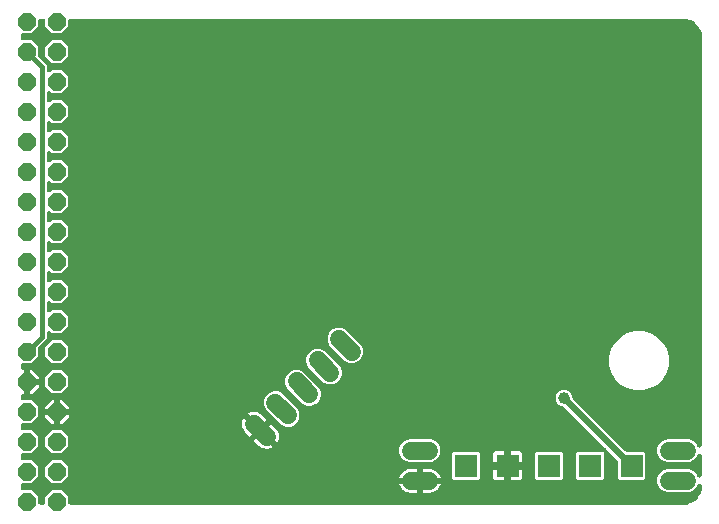
<source format=gbr>
G04 EAGLE Gerber RS-274X export*
G75*
%MOMM*%
%FSLAX34Y34*%
%LPD*%
%INBottom Copper*%
%IPPOS*%
%AMOC8*
5,1,8,0,0,1.08239X$1,22.5*%
G01*
%ADD10C,1.524000*%
%ADD11P,1.649562X8X292.500000*%
%ADD12R,1.950000X1.950000*%
%ADD13C,1.006400*%
%ADD14C,0.406400*%
%ADD15C,0.609600*%

G36*
X28974Y10163D02*
X28974Y10163D01*
X28992Y10161D01*
X29174Y10182D01*
X29357Y10201D01*
X29374Y10206D01*
X29391Y10208D01*
X29566Y10265D01*
X29742Y10319D01*
X29757Y10327D01*
X29774Y10333D01*
X29934Y10423D01*
X30096Y10511D01*
X30109Y10522D01*
X30125Y10531D01*
X30264Y10651D01*
X30405Y10768D01*
X30416Y10782D01*
X30430Y10794D01*
X30542Y10939D01*
X30657Y11082D01*
X30665Y11098D01*
X30676Y11112D01*
X30758Y11277D01*
X30843Y11439D01*
X30848Y11456D01*
X30856Y11472D01*
X30903Y11651D01*
X30954Y11826D01*
X30956Y11844D01*
X30960Y11861D01*
X30987Y12192D01*
X30987Y16698D01*
X36642Y22353D01*
X44638Y22353D01*
X50293Y16698D01*
X50293Y12192D01*
X50295Y12174D01*
X50293Y12156D01*
X50314Y11974D01*
X50333Y11791D01*
X50338Y11774D01*
X50340Y11757D01*
X50397Y11582D01*
X50451Y11406D01*
X50459Y11391D01*
X50465Y11374D01*
X50555Y11214D01*
X50643Y11052D01*
X50654Y11039D01*
X50663Y11023D01*
X50783Y10884D01*
X50900Y10743D01*
X50914Y10732D01*
X50926Y10718D01*
X51071Y10606D01*
X51214Y10491D01*
X51230Y10483D01*
X51244Y10472D01*
X51409Y10390D01*
X51571Y10305D01*
X51588Y10300D01*
X51604Y10292D01*
X51783Y10245D01*
X51958Y10194D01*
X51976Y10192D01*
X51993Y10188D01*
X52324Y10161D01*
X571500Y10161D01*
X571556Y10166D01*
X571633Y10165D01*
X573357Y10278D01*
X573390Y10284D01*
X573423Y10284D01*
X573750Y10343D01*
X577080Y11235D01*
X577174Y11271D01*
X577270Y11296D01*
X577382Y11349D01*
X577457Y11378D01*
X577503Y11407D01*
X577570Y11438D01*
X580556Y13162D01*
X580637Y13221D01*
X580724Y13270D01*
X580818Y13351D01*
X580883Y13397D01*
X580920Y13437D01*
X580977Y13485D01*
X583415Y15923D01*
X583478Y16000D01*
X583549Y16071D01*
X583619Y16173D01*
X583670Y16235D01*
X583696Y16283D01*
X583738Y16344D01*
X585462Y19330D01*
X585503Y19421D01*
X585553Y19507D01*
X585595Y19624D01*
X585627Y19697D01*
X585640Y19750D01*
X585665Y19820D01*
X586557Y23150D01*
X586562Y23183D01*
X586573Y23215D01*
X586622Y23543D01*
X586735Y25267D01*
X586733Y25324D01*
X586739Y25400D01*
X586739Y25703D01*
X586739Y25708D01*
X586739Y25712D01*
X586719Y25906D01*
X586699Y26104D01*
X586698Y26108D01*
X586698Y26113D01*
X586640Y26297D01*
X586581Y26489D01*
X586579Y26493D01*
X586578Y26497D01*
X586484Y26668D01*
X586389Y26843D01*
X586387Y26846D01*
X586384Y26850D01*
X586257Y27001D01*
X586132Y27152D01*
X586128Y27155D01*
X586125Y27158D01*
X585971Y27281D01*
X585818Y27404D01*
X585814Y27406D01*
X585811Y27409D01*
X585636Y27499D01*
X585461Y27590D01*
X585456Y27591D01*
X585452Y27593D01*
X585265Y27646D01*
X585074Y27701D01*
X585069Y27702D01*
X585065Y27703D01*
X584872Y27718D01*
X584672Y27734D01*
X584668Y27734D01*
X584664Y27734D01*
X584471Y27710D01*
X584273Y27687D01*
X584268Y27686D01*
X584264Y27685D01*
X584081Y27625D01*
X583890Y27562D01*
X583886Y27560D01*
X583882Y27559D01*
X583712Y27462D01*
X583539Y27364D01*
X583536Y27362D01*
X583532Y27359D01*
X583381Y27228D01*
X583235Y27101D01*
X583232Y27098D01*
X583228Y27095D01*
X583108Y26938D01*
X582988Y26783D01*
X582986Y26779D01*
X582983Y26776D01*
X582831Y26480D01*
X582223Y25012D01*
X579508Y22297D01*
X579251Y22190D01*
X579250Y22190D01*
X575960Y20827D01*
X556880Y20827D01*
X553332Y22297D01*
X550617Y25012D01*
X549147Y28560D01*
X549147Y32400D01*
X550617Y35948D01*
X553332Y38663D01*
X556880Y40133D01*
X575960Y40133D01*
X579508Y38663D01*
X582223Y35948D01*
X582831Y34480D01*
X582833Y34476D01*
X582835Y34471D01*
X582928Y34299D01*
X583022Y34125D01*
X583024Y34121D01*
X583027Y34117D01*
X583151Y33969D01*
X583278Y33814D01*
X583281Y33811D01*
X583284Y33808D01*
X583437Y33685D01*
X583591Y33561D01*
X583595Y33558D01*
X583598Y33556D01*
X583773Y33465D01*
X583947Y33373D01*
X583951Y33372D01*
X583955Y33370D01*
X584145Y33316D01*
X584334Y33260D01*
X584338Y33260D01*
X584342Y33259D01*
X584540Y33243D01*
X584735Y33226D01*
X584739Y33226D01*
X584744Y33226D01*
X584941Y33249D01*
X585135Y33271D01*
X585139Y33272D01*
X585143Y33273D01*
X585332Y33334D01*
X585518Y33394D01*
X585522Y33396D01*
X585526Y33398D01*
X585699Y33495D01*
X585870Y33590D01*
X585873Y33593D01*
X585877Y33596D01*
X586026Y33724D01*
X586175Y33852D01*
X586178Y33856D01*
X586182Y33859D01*
X586300Y34011D01*
X586424Y34169D01*
X586426Y34173D01*
X586428Y34177D01*
X586515Y34352D01*
X586604Y34529D01*
X586606Y34533D01*
X586608Y34537D01*
X586659Y34730D01*
X586711Y34917D01*
X586711Y34922D01*
X586712Y34926D01*
X586739Y35257D01*
X586739Y51103D01*
X586739Y51108D01*
X586739Y51112D01*
X586719Y51306D01*
X586699Y51504D01*
X586698Y51508D01*
X586698Y51513D01*
X586640Y51697D01*
X586581Y51889D01*
X586579Y51893D01*
X586578Y51897D01*
X586486Y52064D01*
X586389Y52243D01*
X586387Y52246D01*
X586384Y52250D01*
X586257Y52401D01*
X586132Y52552D01*
X586128Y52555D01*
X586125Y52558D01*
X585971Y52681D01*
X585818Y52804D01*
X585814Y52806D01*
X585811Y52809D01*
X585636Y52899D01*
X585461Y52990D01*
X585456Y52991D01*
X585452Y52993D01*
X585265Y53046D01*
X585074Y53101D01*
X585069Y53102D01*
X585065Y53103D01*
X584872Y53118D01*
X584672Y53134D01*
X584668Y53134D01*
X584664Y53134D01*
X584471Y53110D01*
X584273Y53087D01*
X584268Y53086D01*
X584264Y53085D01*
X584081Y53025D01*
X583890Y52962D01*
X583886Y52960D01*
X583882Y52959D01*
X583712Y52862D01*
X583539Y52764D01*
X583536Y52762D01*
X583532Y52759D01*
X583378Y52626D01*
X583235Y52501D01*
X583232Y52498D01*
X583228Y52495D01*
X583108Y52338D01*
X582988Y52183D01*
X582986Y52179D01*
X582983Y52176D01*
X582831Y51880D01*
X582223Y50412D01*
X579508Y47697D01*
X576776Y46565D01*
X575960Y46227D01*
X556880Y46227D01*
X553332Y47697D01*
X550617Y50412D01*
X549147Y53960D01*
X549147Y57800D01*
X550617Y61348D01*
X553332Y64063D01*
X555986Y65162D01*
X555986Y65163D01*
X556880Y65533D01*
X575960Y65533D01*
X579508Y64063D01*
X582223Y61348D01*
X582831Y59880D01*
X582833Y59876D01*
X582835Y59871D01*
X582928Y59699D01*
X583022Y59525D01*
X583024Y59521D01*
X583027Y59517D01*
X583151Y59369D01*
X583278Y59214D01*
X583281Y59211D01*
X583284Y59208D01*
X583437Y59085D01*
X583591Y58961D01*
X583595Y58958D01*
X583598Y58956D01*
X583773Y58865D01*
X583947Y58773D01*
X583951Y58772D01*
X583955Y58770D01*
X584145Y58716D01*
X584334Y58660D01*
X584338Y58660D01*
X584342Y58659D01*
X584540Y58643D01*
X584735Y58626D01*
X584739Y58626D01*
X584744Y58626D01*
X584941Y58649D01*
X585135Y58671D01*
X585139Y58672D01*
X585143Y58673D01*
X585332Y58734D01*
X585518Y58794D01*
X585522Y58796D01*
X585526Y58798D01*
X585699Y58895D01*
X585870Y58990D01*
X585873Y58993D01*
X585877Y58996D01*
X586026Y59124D01*
X586175Y59252D01*
X586178Y59256D01*
X586182Y59259D01*
X586299Y59410D01*
X586424Y59569D01*
X586426Y59573D01*
X586428Y59577D01*
X586515Y59752D01*
X586604Y59929D01*
X586606Y59933D01*
X586608Y59937D01*
X586659Y60130D01*
X586711Y60317D01*
X586711Y60322D01*
X586712Y60326D01*
X586739Y60657D01*
X586739Y406400D01*
X586734Y406456D01*
X586735Y406533D01*
X586622Y408257D01*
X586616Y408290D01*
X586616Y408323D01*
X586557Y408650D01*
X585665Y411980D01*
X585629Y412074D01*
X585604Y412170D01*
X585551Y412282D01*
X585522Y412357D01*
X585493Y412403D01*
X585462Y412470D01*
X583738Y415456D01*
X583688Y415525D01*
X583675Y415548D01*
X583669Y415555D01*
X583630Y415624D01*
X583549Y415718D01*
X583503Y415783D01*
X583463Y415820D01*
X583415Y415877D01*
X580977Y418315D01*
X580899Y418378D01*
X580829Y418449D01*
X580727Y418519D01*
X580665Y418570D01*
X580617Y418596D01*
X580556Y418638D01*
X577570Y420362D01*
X577479Y420403D01*
X577393Y420453D01*
X577276Y420495D01*
X577203Y420527D01*
X577150Y420540D01*
X577080Y420565D01*
X573750Y421457D01*
X573717Y421462D01*
X573685Y421473D01*
X573357Y421522D01*
X571633Y421635D01*
X571576Y421633D01*
X571500Y421639D01*
X52324Y421639D01*
X52306Y421637D01*
X52288Y421639D01*
X52106Y421618D01*
X51923Y421599D01*
X51906Y421594D01*
X51889Y421592D01*
X51714Y421535D01*
X51538Y421481D01*
X51523Y421473D01*
X51506Y421467D01*
X51346Y421377D01*
X51184Y421289D01*
X51171Y421278D01*
X51155Y421269D01*
X51016Y421149D01*
X50875Y421032D01*
X50864Y421018D01*
X50850Y421006D01*
X50738Y420861D01*
X50623Y420718D01*
X50615Y420702D01*
X50604Y420688D01*
X50522Y420523D01*
X50437Y420361D01*
X50432Y420344D01*
X50424Y420328D01*
X50377Y420149D01*
X50326Y419974D01*
X50324Y419956D01*
X50320Y419939D01*
X50293Y419608D01*
X50293Y415102D01*
X44638Y409447D01*
X36642Y409447D01*
X30987Y415102D01*
X30987Y419608D01*
X30985Y419626D01*
X30987Y419644D01*
X30966Y419826D01*
X30947Y420009D01*
X30942Y420026D01*
X30940Y420043D01*
X30883Y420218D01*
X30829Y420394D01*
X30821Y420409D01*
X30815Y420426D01*
X30725Y420586D01*
X30637Y420748D01*
X30626Y420761D01*
X30617Y420777D01*
X30497Y420916D01*
X30380Y421057D01*
X30366Y421068D01*
X30354Y421082D01*
X30209Y421194D01*
X30066Y421309D01*
X30050Y421317D01*
X30036Y421328D01*
X29871Y421410D01*
X29709Y421495D01*
X29692Y421500D01*
X29676Y421508D01*
X29497Y421555D01*
X29322Y421606D01*
X29304Y421608D01*
X29287Y421612D01*
X28956Y421639D01*
X26924Y421639D01*
X26906Y421637D01*
X26888Y421639D01*
X26706Y421618D01*
X26523Y421599D01*
X26506Y421594D01*
X26489Y421592D01*
X26314Y421535D01*
X26138Y421481D01*
X26123Y421473D01*
X26106Y421467D01*
X25946Y421377D01*
X25784Y421289D01*
X25771Y421278D01*
X25755Y421269D01*
X25616Y421149D01*
X25475Y421032D01*
X25464Y421018D01*
X25450Y421006D01*
X25338Y420861D01*
X25223Y420718D01*
X25215Y420702D01*
X25204Y420688D01*
X25122Y420523D01*
X25037Y420361D01*
X25032Y420344D01*
X25024Y420328D01*
X24977Y420149D01*
X24926Y419974D01*
X24924Y419956D01*
X24920Y419939D01*
X24893Y419608D01*
X24893Y415102D01*
X19238Y409447D01*
X12192Y409447D01*
X12174Y409445D01*
X12156Y409447D01*
X11974Y409426D01*
X11791Y409407D01*
X11774Y409402D01*
X11757Y409400D01*
X11582Y409343D01*
X11406Y409289D01*
X11391Y409281D01*
X11374Y409275D01*
X11214Y409185D01*
X11052Y409097D01*
X11039Y409086D01*
X11023Y409077D01*
X10884Y408957D01*
X10743Y408840D01*
X10732Y408826D01*
X10718Y408814D01*
X10606Y408669D01*
X10491Y408526D01*
X10483Y408510D01*
X10472Y408496D01*
X10390Y408331D01*
X10305Y408169D01*
X10300Y408152D01*
X10292Y408136D01*
X10245Y407957D01*
X10194Y407782D01*
X10192Y407764D01*
X10188Y407747D01*
X10161Y407416D01*
X10161Y405384D01*
X10163Y405366D01*
X10161Y405348D01*
X10182Y405166D01*
X10201Y404983D01*
X10206Y404966D01*
X10208Y404949D01*
X10265Y404774D01*
X10319Y404598D01*
X10327Y404583D01*
X10333Y404566D01*
X10423Y404406D01*
X10511Y404244D01*
X10522Y404231D01*
X10531Y404215D01*
X10651Y404076D01*
X10768Y403935D01*
X10782Y403924D01*
X10794Y403910D01*
X10939Y403798D01*
X11082Y403683D01*
X11098Y403675D01*
X11112Y403664D01*
X11277Y403582D01*
X11439Y403497D01*
X11456Y403492D01*
X11472Y403484D01*
X11651Y403437D01*
X11826Y403386D01*
X11844Y403384D01*
X11861Y403380D01*
X12192Y403353D01*
X19238Y403353D01*
X24893Y397698D01*
X24893Y390637D01*
X24895Y390610D01*
X24893Y390584D01*
X24915Y390410D01*
X24933Y390236D01*
X24940Y390211D01*
X24944Y390184D01*
X24999Y390019D01*
X25051Y389852D01*
X25064Y389828D01*
X25072Y389803D01*
X25159Y389651D01*
X25243Y389497D01*
X25260Y389477D01*
X25273Y389454D01*
X25488Y389201D01*
X31386Y383302D01*
X32005Y381809D01*
X32005Y378220D01*
X32006Y378211D01*
X32005Y378202D01*
X32026Y378010D01*
X32045Y377819D01*
X32047Y377810D01*
X32048Y377802D01*
X32106Y377619D01*
X32163Y377434D01*
X32167Y377426D01*
X32170Y377418D01*
X32263Y377249D01*
X32355Y377080D01*
X32360Y377073D01*
X32365Y377065D01*
X32490Y376918D01*
X32612Y376771D01*
X32619Y376765D01*
X32625Y376758D01*
X32777Y376638D01*
X32926Y376518D01*
X32934Y376514D01*
X32941Y376509D01*
X33113Y376421D01*
X33283Y376333D01*
X33292Y376330D01*
X33300Y376326D01*
X33486Y376275D01*
X33670Y376222D01*
X33679Y376221D01*
X33688Y376218D01*
X33880Y376204D01*
X34072Y376189D01*
X34080Y376190D01*
X34089Y376189D01*
X34282Y376213D01*
X34471Y376236D01*
X34480Y376238D01*
X34489Y376239D01*
X34672Y376301D01*
X34854Y376360D01*
X34862Y376365D01*
X34870Y376368D01*
X35036Y376463D01*
X35205Y376558D01*
X35212Y376564D01*
X35219Y376569D01*
X35472Y376783D01*
X36642Y377953D01*
X44638Y377953D01*
X50293Y372298D01*
X50293Y364302D01*
X44638Y358647D01*
X36642Y358647D01*
X35472Y359817D01*
X35465Y359822D01*
X35460Y359829D01*
X35310Y359950D01*
X35161Y360072D01*
X35153Y360076D01*
X35146Y360082D01*
X34976Y360170D01*
X34805Y360260D01*
X34796Y360263D01*
X34789Y360267D01*
X34604Y360320D01*
X34419Y360375D01*
X34410Y360376D01*
X34402Y360378D01*
X34211Y360394D01*
X34018Y360412D01*
X34009Y360411D01*
X34000Y360411D01*
X33811Y360389D01*
X33618Y360368D01*
X33609Y360365D01*
X33601Y360364D01*
X33419Y360305D01*
X33234Y360247D01*
X33226Y360242D01*
X33218Y360240D01*
X33051Y360145D01*
X32882Y360052D01*
X32875Y360046D01*
X32867Y360042D01*
X32722Y359917D01*
X32575Y359791D01*
X32569Y359784D01*
X32562Y359779D01*
X32446Y359628D01*
X32325Y359475D01*
X32321Y359467D01*
X32316Y359460D01*
X32230Y359289D01*
X32143Y359116D01*
X32140Y359108D01*
X32136Y359100D01*
X32086Y358914D01*
X32035Y358729D01*
X32034Y358720D01*
X32032Y358711D01*
X32005Y358380D01*
X32005Y352820D01*
X32006Y352811D01*
X32005Y352802D01*
X32026Y352610D01*
X32045Y352419D01*
X32047Y352410D01*
X32048Y352402D01*
X32106Y352219D01*
X32163Y352034D01*
X32167Y352026D01*
X32170Y352018D01*
X32263Y351849D01*
X32355Y351680D01*
X32360Y351673D01*
X32365Y351665D01*
X32490Y351518D01*
X32612Y351371D01*
X32619Y351365D01*
X32625Y351358D01*
X32777Y351238D01*
X32926Y351118D01*
X32934Y351114D01*
X32941Y351109D01*
X33113Y351021D01*
X33283Y350933D01*
X33292Y350930D01*
X33300Y350926D01*
X33486Y350875D01*
X33670Y350822D01*
X33679Y350821D01*
X33688Y350818D01*
X33880Y350804D01*
X34072Y350789D01*
X34080Y350790D01*
X34089Y350789D01*
X34282Y350813D01*
X34471Y350836D01*
X34480Y350838D01*
X34489Y350839D01*
X34672Y350901D01*
X34854Y350960D01*
X34862Y350965D01*
X34870Y350968D01*
X35036Y351063D01*
X35205Y351158D01*
X35212Y351164D01*
X35219Y351169D01*
X35472Y351383D01*
X36642Y352553D01*
X44638Y352553D01*
X50293Y346898D01*
X50293Y338902D01*
X44638Y333247D01*
X36642Y333247D01*
X35472Y334417D01*
X35465Y334422D01*
X35460Y334429D01*
X35310Y334550D01*
X35161Y334672D01*
X35153Y334676D01*
X35146Y334682D01*
X34976Y334770D01*
X34805Y334860D01*
X34796Y334863D01*
X34789Y334867D01*
X34604Y334920D01*
X34419Y334975D01*
X34410Y334976D01*
X34402Y334978D01*
X34211Y334994D01*
X34018Y335012D01*
X34009Y335011D01*
X34000Y335011D01*
X33811Y334989D01*
X33618Y334968D01*
X33609Y334965D01*
X33601Y334964D01*
X33419Y334905D01*
X33234Y334847D01*
X33226Y334842D01*
X33218Y334840D01*
X33051Y334745D01*
X32882Y334652D01*
X32875Y334646D01*
X32867Y334642D01*
X32722Y334517D01*
X32575Y334391D01*
X32569Y334384D01*
X32562Y334379D01*
X32446Y334228D01*
X32325Y334075D01*
X32321Y334067D01*
X32316Y334060D01*
X32230Y333889D01*
X32143Y333716D01*
X32140Y333708D01*
X32136Y333700D01*
X32086Y333514D01*
X32035Y333329D01*
X32034Y333320D01*
X32032Y333311D01*
X32005Y332980D01*
X32005Y327420D01*
X32006Y327411D01*
X32005Y327402D01*
X32026Y327210D01*
X32045Y327019D01*
X32047Y327010D01*
X32048Y327002D01*
X32106Y326819D01*
X32163Y326634D01*
X32167Y326626D01*
X32170Y326618D01*
X32263Y326449D01*
X32355Y326280D01*
X32360Y326273D01*
X32365Y326265D01*
X32490Y326118D01*
X32612Y325971D01*
X32619Y325965D01*
X32625Y325958D01*
X32777Y325838D01*
X32926Y325718D01*
X32934Y325714D01*
X32941Y325709D01*
X33113Y325621D01*
X33283Y325533D01*
X33292Y325530D01*
X33300Y325526D01*
X33486Y325475D01*
X33670Y325422D01*
X33679Y325421D01*
X33688Y325418D01*
X33880Y325404D01*
X34072Y325389D01*
X34080Y325390D01*
X34089Y325389D01*
X34282Y325413D01*
X34471Y325436D01*
X34480Y325438D01*
X34489Y325439D01*
X34672Y325501D01*
X34854Y325560D01*
X34862Y325565D01*
X34870Y325568D01*
X35036Y325663D01*
X35205Y325758D01*
X35212Y325764D01*
X35219Y325769D01*
X35472Y325983D01*
X36642Y327153D01*
X44638Y327153D01*
X50293Y321498D01*
X50293Y313502D01*
X44638Y307847D01*
X36642Y307847D01*
X35472Y309017D01*
X35465Y309022D01*
X35460Y309029D01*
X35310Y309150D01*
X35161Y309272D01*
X35153Y309276D01*
X35146Y309282D01*
X34976Y309370D01*
X34805Y309460D01*
X34796Y309463D01*
X34789Y309467D01*
X34604Y309520D01*
X34419Y309575D01*
X34410Y309576D01*
X34402Y309578D01*
X34211Y309594D01*
X34018Y309612D01*
X34009Y309611D01*
X34000Y309611D01*
X33811Y309589D01*
X33618Y309568D01*
X33609Y309565D01*
X33601Y309564D01*
X33419Y309505D01*
X33234Y309447D01*
X33226Y309442D01*
X33218Y309440D01*
X33051Y309345D01*
X32882Y309252D01*
X32875Y309246D01*
X32867Y309242D01*
X32722Y309117D01*
X32575Y308991D01*
X32569Y308984D01*
X32562Y308979D01*
X32446Y308828D01*
X32325Y308675D01*
X32321Y308667D01*
X32316Y308660D01*
X32230Y308489D01*
X32143Y308316D01*
X32140Y308308D01*
X32136Y308300D01*
X32086Y308114D01*
X32035Y307929D01*
X32034Y307920D01*
X32032Y307911D01*
X32005Y307580D01*
X32005Y302020D01*
X32006Y302011D01*
X32005Y302002D01*
X32026Y301810D01*
X32045Y301619D01*
X32047Y301610D01*
X32048Y301602D01*
X32106Y301419D01*
X32163Y301234D01*
X32167Y301226D01*
X32170Y301218D01*
X32263Y301049D01*
X32355Y300880D01*
X32360Y300873D01*
X32365Y300865D01*
X32490Y300718D01*
X32612Y300571D01*
X32619Y300565D01*
X32625Y300558D01*
X32777Y300438D01*
X32926Y300318D01*
X32934Y300314D01*
X32941Y300309D01*
X33113Y300221D01*
X33283Y300133D01*
X33292Y300130D01*
X33300Y300126D01*
X33486Y300075D01*
X33670Y300022D01*
X33679Y300021D01*
X33688Y300018D01*
X33880Y300004D01*
X34072Y299989D01*
X34080Y299990D01*
X34089Y299989D01*
X34282Y300013D01*
X34471Y300036D01*
X34480Y300038D01*
X34489Y300039D01*
X34672Y300101D01*
X34854Y300160D01*
X34862Y300165D01*
X34870Y300168D01*
X35036Y300263D01*
X35205Y300358D01*
X35212Y300364D01*
X35219Y300369D01*
X35472Y300583D01*
X36642Y301753D01*
X44638Y301753D01*
X50293Y296098D01*
X50293Y288102D01*
X44638Y282447D01*
X36642Y282447D01*
X35472Y283617D01*
X35465Y283622D01*
X35460Y283629D01*
X35310Y283750D01*
X35161Y283872D01*
X35153Y283876D01*
X35146Y283882D01*
X34976Y283970D01*
X34805Y284060D01*
X34796Y284063D01*
X34789Y284067D01*
X34604Y284120D01*
X34419Y284175D01*
X34410Y284176D01*
X34402Y284178D01*
X34211Y284194D01*
X34018Y284212D01*
X34009Y284211D01*
X34000Y284211D01*
X33811Y284189D01*
X33618Y284168D01*
X33609Y284165D01*
X33601Y284164D01*
X33419Y284105D01*
X33234Y284047D01*
X33226Y284042D01*
X33218Y284040D01*
X33051Y283945D01*
X32882Y283852D01*
X32875Y283846D01*
X32867Y283842D01*
X32722Y283717D01*
X32575Y283591D01*
X32569Y283584D01*
X32562Y283579D01*
X32446Y283428D01*
X32325Y283275D01*
X32321Y283267D01*
X32316Y283260D01*
X32230Y283089D01*
X32143Y282916D01*
X32140Y282908D01*
X32136Y282900D01*
X32086Y282714D01*
X32035Y282529D01*
X32034Y282520D01*
X32032Y282511D01*
X32005Y282180D01*
X32005Y276620D01*
X32006Y276611D01*
X32005Y276602D01*
X32026Y276410D01*
X32045Y276219D01*
X32047Y276210D01*
X32048Y276202D01*
X32106Y276019D01*
X32163Y275834D01*
X32167Y275826D01*
X32170Y275818D01*
X32263Y275649D01*
X32355Y275480D01*
X32360Y275473D01*
X32365Y275465D01*
X32490Y275318D01*
X32612Y275171D01*
X32619Y275165D01*
X32625Y275158D01*
X32777Y275038D01*
X32926Y274918D01*
X32934Y274914D01*
X32941Y274909D01*
X33113Y274821D01*
X33283Y274733D01*
X33292Y274730D01*
X33300Y274726D01*
X33486Y274675D01*
X33670Y274622D01*
X33679Y274621D01*
X33688Y274618D01*
X33880Y274604D01*
X34072Y274589D01*
X34080Y274590D01*
X34089Y274589D01*
X34282Y274613D01*
X34471Y274636D01*
X34480Y274638D01*
X34489Y274639D01*
X34672Y274701D01*
X34854Y274760D01*
X34862Y274765D01*
X34870Y274768D01*
X35036Y274863D01*
X35205Y274958D01*
X35212Y274964D01*
X35219Y274969D01*
X35472Y275183D01*
X36642Y276353D01*
X44638Y276353D01*
X50293Y270698D01*
X50293Y262702D01*
X44638Y257047D01*
X36642Y257047D01*
X35472Y258217D01*
X35465Y258222D01*
X35460Y258229D01*
X35310Y258350D01*
X35161Y258472D01*
X35153Y258476D01*
X35146Y258482D01*
X34976Y258570D01*
X34805Y258660D01*
X34796Y258663D01*
X34789Y258667D01*
X34604Y258720D01*
X34419Y258775D01*
X34410Y258776D01*
X34402Y258778D01*
X34211Y258794D01*
X34018Y258812D01*
X34009Y258811D01*
X34000Y258811D01*
X33811Y258789D01*
X33618Y258768D01*
X33609Y258765D01*
X33601Y258764D01*
X33419Y258705D01*
X33234Y258647D01*
X33226Y258642D01*
X33218Y258640D01*
X33051Y258545D01*
X32882Y258452D01*
X32875Y258446D01*
X32867Y258442D01*
X32722Y258317D01*
X32575Y258191D01*
X32569Y258184D01*
X32562Y258179D01*
X32446Y258028D01*
X32325Y257875D01*
X32321Y257867D01*
X32316Y257860D01*
X32230Y257689D01*
X32143Y257516D01*
X32140Y257508D01*
X32136Y257500D01*
X32086Y257314D01*
X32035Y257129D01*
X32034Y257120D01*
X32032Y257111D01*
X32005Y256780D01*
X32005Y251220D01*
X32006Y251211D01*
X32005Y251202D01*
X32026Y251010D01*
X32045Y250819D01*
X32047Y250810D01*
X32048Y250802D01*
X32106Y250619D01*
X32163Y250434D01*
X32167Y250426D01*
X32170Y250418D01*
X32263Y250249D01*
X32355Y250080D01*
X32360Y250073D01*
X32365Y250065D01*
X32490Y249918D01*
X32612Y249771D01*
X32619Y249765D01*
X32625Y249758D01*
X32777Y249638D01*
X32926Y249518D01*
X32934Y249514D01*
X32941Y249509D01*
X33113Y249421D01*
X33283Y249333D01*
X33292Y249330D01*
X33300Y249326D01*
X33486Y249275D01*
X33670Y249222D01*
X33679Y249221D01*
X33688Y249218D01*
X33880Y249204D01*
X34072Y249189D01*
X34080Y249190D01*
X34089Y249189D01*
X34282Y249213D01*
X34471Y249236D01*
X34480Y249238D01*
X34489Y249239D01*
X34672Y249301D01*
X34854Y249360D01*
X34862Y249365D01*
X34870Y249368D01*
X35036Y249463D01*
X35205Y249558D01*
X35212Y249564D01*
X35219Y249569D01*
X35472Y249783D01*
X36642Y250953D01*
X44638Y250953D01*
X50293Y245298D01*
X50293Y237302D01*
X44638Y231647D01*
X36642Y231647D01*
X35472Y232817D01*
X35465Y232822D01*
X35460Y232829D01*
X35310Y232950D01*
X35161Y233072D01*
X35153Y233076D01*
X35146Y233082D01*
X34976Y233170D01*
X34805Y233260D01*
X34796Y233263D01*
X34789Y233267D01*
X34604Y233320D01*
X34419Y233375D01*
X34410Y233376D01*
X34402Y233378D01*
X34211Y233394D01*
X34018Y233412D01*
X34009Y233411D01*
X34000Y233411D01*
X33811Y233389D01*
X33618Y233368D01*
X33609Y233365D01*
X33601Y233364D01*
X33419Y233305D01*
X33234Y233247D01*
X33226Y233242D01*
X33218Y233240D01*
X33051Y233145D01*
X32882Y233052D01*
X32875Y233046D01*
X32867Y233042D01*
X32722Y232917D01*
X32575Y232791D01*
X32569Y232784D01*
X32562Y232779D01*
X32446Y232628D01*
X32325Y232475D01*
X32321Y232467D01*
X32316Y232460D01*
X32230Y232289D01*
X32143Y232116D01*
X32140Y232108D01*
X32136Y232100D01*
X32086Y231914D01*
X32035Y231729D01*
X32034Y231720D01*
X32032Y231711D01*
X32005Y231380D01*
X32005Y225820D01*
X32006Y225811D01*
X32005Y225802D01*
X32026Y225610D01*
X32045Y225419D01*
X32047Y225410D01*
X32048Y225402D01*
X32106Y225219D01*
X32163Y225034D01*
X32167Y225026D01*
X32170Y225018D01*
X32263Y224849D01*
X32355Y224680D01*
X32360Y224673D01*
X32365Y224665D01*
X32490Y224518D01*
X32612Y224371D01*
X32619Y224365D01*
X32625Y224358D01*
X32777Y224238D01*
X32926Y224118D01*
X32934Y224114D01*
X32941Y224109D01*
X33113Y224021D01*
X33283Y223933D01*
X33292Y223930D01*
X33300Y223926D01*
X33486Y223875D01*
X33670Y223822D01*
X33679Y223821D01*
X33688Y223818D01*
X33880Y223804D01*
X34072Y223789D01*
X34080Y223790D01*
X34089Y223789D01*
X34282Y223813D01*
X34471Y223836D01*
X34480Y223838D01*
X34489Y223839D01*
X34672Y223901D01*
X34854Y223960D01*
X34862Y223965D01*
X34870Y223968D01*
X35036Y224063D01*
X35205Y224158D01*
X35212Y224164D01*
X35219Y224169D01*
X35472Y224383D01*
X36642Y225553D01*
X44638Y225553D01*
X50293Y219898D01*
X50293Y211902D01*
X44638Y206247D01*
X36642Y206247D01*
X35472Y207417D01*
X35465Y207422D01*
X35460Y207429D01*
X35310Y207550D01*
X35161Y207672D01*
X35153Y207676D01*
X35146Y207682D01*
X34976Y207770D01*
X34805Y207860D01*
X34796Y207863D01*
X34789Y207867D01*
X34604Y207920D01*
X34419Y207975D01*
X34410Y207976D01*
X34402Y207978D01*
X34211Y207994D01*
X34018Y208012D01*
X34009Y208011D01*
X34000Y208011D01*
X33811Y207989D01*
X33618Y207968D01*
X33609Y207965D01*
X33601Y207964D01*
X33419Y207905D01*
X33234Y207847D01*
X33226Y207842D01*
X33218Y207840D01*
X33051Y207745D01*
X32882Y207652D01*
X32875Y207646D01*
X32867Y207642D01*
X32722Y207517D01*
X32575Y207391D01*
X32569Y207384D01*
X32562Y207379D01*
X32445Y207228D01*
X32325Y207075D01*
X32321Y207067D01*
X32316Y207060D01*
X32230Y206889D01*
X32143Y206716D01*
X32140Y206708D01*
X32136Y206700D01*
X32086Y206514D01*
X32035Y206329D01*
X32034Y206320D01*
X32032Y206311D01*
X32005Y205980D01*
X32005Y200420D01*
X32006Y200411D01*
X32005Y200402D01*
X32026Y200210D01*
X32045Y200019D01*
X32047Y200010D01*
X32048Y200002D01*
X32106Y199819D01*
X32163Y199634D01*
X32167Y199626D01*
X32170Y199618D01*
X32263Y199449D01*
X32355Y199280D01*
X32360Y199273D01*
X32365Y199265D01*
X32490Y199118D01*
X32612Y198971D01*
X32619Y198965D01*
X32625Y198958D01*
X32777Y198838D01*
X32926Y198718D01*
X32934Y198714D01*
X32941Y198709D01*
X33113Y198621D01*
X33283Y198533D01*
X33292Y198530D01*
X33300Y198526D01*
X33486Y198475D01*
X33670Y198422D01*
X33679Y198421D01*
X33688Y198418D01*
X33880Y198404D01*
X34072Y198389D01*
X34080Y198390D01*
X34089Y198389D01*
X34282Y198413D01*
X34471Y198436D01*
X34480Y198438D01*
X34489Y198439D01*
X34672Y198501D01*
X34854Y198560D01*
X34862Y198565D01*
X34870Y198568D01*
X35036Y198663D01*
X35205Y198758D01*
X35212Y198764D01*
X35219Y198769D01*
X35472Y198983D01*
X36642Y200153D01*
X44638Y200153D01*
X50293Y194498D01*
X50293Y186502D01*
X44638Y180847D01*
X36642Y180847D01*
X35472Y182017D01*
X35465Y182022D01*
X35460Y182029D01*
X35310Y182150D01*
X35161Y182272D01*
X35153Y182276D01*
X35146Y182282D01*
X34976Y182370D01*
X34805Y182460D01*
X34796Y182463D01*
X34789Y182467D01*
X34604Y182520D01*
X34419Y182575D01*
X34410Y182576D01*
X34402Y182578D01*
X34211Y182594D01*
X34018Y182612D01*
X34009Y182611D01*
X34000Y182611D01*
X33811Y182589D01*
X33618Y182568D01*
X33609Y182565D01*
X33601Y182564D01*
X33419Y182505D01*
X33234Y182447D01*
X33226Y182442D01*
X33218Y182440D01*
X33051Y182345D01*
X32882Y182252D01*
X32875Y182246D01*
X32867Y182242D01*
X32722Y182117D01*
X32575Y181991D01*
X32569Y181984D01*
X32562Y181979D01*
X32446Y181828D01*
X32325Y181675D01*
X32321Y181667D01*
X32316Y181660D01*
X32230Y181489D01*
X32143Y181316D01*
X32140Y181308D01*
X32136Y181300D01*
X32086Y181114D01*
X32035Y180929D01*
X32034Y180920D01*
X32032Y180911D01*
X32005Y180580D01*
X32005Y175020D01*
X32006Y175011D01*
X32005Y175002D01*
X32026Y174810D01*
X32045Y174619D01*
X32047Y174610D01*
X32048Y174602D01*
X32106Y174419D01*
X32163Y174234D01*
X32167Y174226D01*
X32170Y174218D01*
X32263Y174049D01*
X32355Y173880D01*
X32360Y173873D01*
X32365Y173865D01*
X32490Y173718D01*
X32612Y173571D01*
X32619Y173565D01*
X32625Y173558D01*
X32777Y173438D01*
X32926Y173318D01*
X32934Y173314D01*
X32941Y173309D01*
X33113Y173221D01*
X33283Y173133D01*
X33292Y173130D01*
X33300Y173126D01*
X33486Y173075D01*
X33670Y173022D01*
X33679Y173021D01*
X33688Y173018D01*
X33880Y173004D01*
X34072Y172989D01*
X34080Y172990D01*
X34089Y172989D01*
X34282Y173013D01*
X34471Y173036D01*
X34480Y173038D01*
X34489Y173039D01*
X34672Y173101D01*
X34854Y173160D01*
X34862Y173165D01*
X34870Y173168D01*
X35036Y173263D01*
X35205Y173358D01*
X35212Y173364D01*
X35219Y173369D01*
X35472Y173583D01*
X36642Y174753D01*
X44638Y174753D01*
X50293Y169098D01*
X50293Y161102D01*
X44638Y155447D01*
X36642Y155447D01*
X35472Y156617D01*
X35465Y156622D01*
X35460Y156629D01*
X35310Y156750D01*
X35161Y156872D01*
X35153Y156876D01*
X35146Y156882D01*
X34976Y156970D01*
X34805Y157060D01*
X34796Y157063D01*
X34789Y157067D01*
X34604Y157120D01*
X34419Y157175D01*
X34410Y157176D01*
X34402Y157178D01*
X34211Y157194D01*
X34018Y157212D01*
X34009Y157211D01*
X34000Y157211D01*
X33811Y157189D01*
X33618Y157168D01*
X33609Y157165D01*
X33601Y157164D01*
X33419Y157105D01*
X33234Y157047D01*
X33226Y157042D01*
X33218Y157040D01*
X33051Y156945D01*
X32882Y156852D01*
X32875Y156846D01*
X32867Y156842D01*
X32722Y156717D01*
X32575Y156591D01*
X32569Y156584D01*
X32562Y156579D01*
X32446Y156428D01*
X32325Y156275D01*
X32321Y156267D01*
X32316Y156260D01*
X32230Y156089D01*
X32143Y155916D01*
X32140Y155908D01*
X32136Y155900D01*
X32086Y155714D01*
X32035Y155529D01*
X32034Y155520D01*
X32032Y155511D01*
X32005Y155180D01*
X32005Y151591D01*
X31386Y150098D01*
X25488Y144199D01*
X25471Y144179D01*
X25450Y144161D01*
X25343Y144023D01*
X25233Y143888D01*
X25220Y143864D01*
X25204Y143843D01*
X25126Y143686D01*
X25044Y143532D01*
X25036Y143507D01*
X25024Y143482D01*
X24979Y143313D01*
X24929Y143146D01*
X24927Y143120D01*
X24920Y143094D01*
X24893Y142763D01*
X24893Y135702D01*
X19238Y130047D01*
X12192Y130047D01*
X12174Y130045D01*
X12156Y130047D01*
X11974Y130026D01*
X11791Y130007D01*
X11774Y130002D01*
X11757Y130000D01*
X11582Y129943D01*
X11406Y129889D01*
X11391Y129881D01*
X11374Y129875D01*
X11214Y129785D01*
X11052Y129697D01*
X11039Y129686D01*
X11023Y129677D01*
X10884Y129557D01*
X10743Y129440D01*
X10732Y129426D01*
X10718Y129414D01*
X10606Y129269D01*
X10491Y129126D01*
X10483Y129110D01*
X10472Y129096D01*
X10390Y128931D01*
X10305Y128769D01*
X10300Y128752D01*
X10292Y128736D01*
X10245Y128557D01*
X10194Y128382D01*
X10192Y128364D01*
X10188Y128347D01*
X10161Y128016D01*
X10161Y126492D01*
X10163Y126474D01*
X10161Y126456D01*
X10182Y126274D01*
X10201Y126091D01*
X10206Y126074D01*
X10208Y126057D01*
X10265Y125882D01*
X10319Y125706D01*
X10327Y125691D01*
X10333Y125674D01*
X10423Y125514D01*
X10511Y125352D01*
X10522Y125339D01*
X10531Y125323D01*
X10651Y125184D01*
X10768Y125043D01*
X10782Y125032D01*
X10794Y125018D01*
X10939Y124906D01*
X11082Y124791D01*
X11098Y124783D01*
X11112Y124772D01*
X11277Y124690D01*
X11439Y124605D01*
X11456Y124600D01*
X11472Y124592D01*
X11651Y124545D01*
X11826Y124494D01*
X11844Y124492D01*
X11861Y124488D01*
X12192Y124461D01*
X12701Y124461D01*
X12701Y114808D01*
X12702Y114790D01*
X12701Y114773D01*
X12722Y114590D01*
X12741Y114408D01*
X12746Y114391D01*
X12748Y114373D01*
X12773Y114295D01*
X12734Y114158D01*
X12732Y114140D01*
X12728Y114123D01*
X12701Y113792D01*
X12701Y104139D01*
X12192Y104139D01*
X12174Y104137D01*
X12156Y104139D01*
X11974Y104118D01*
X11791Y104099D01*
X11774Y104094D01*
X11757Y104092D01*
X11582Y104035D01*
X11406Y103981D01*
X11391Y103973D01*
X11374Y103967D01*
X11214Y103877D01*
X11052Y103789D01*
X11039Y103778D01*
X11023Y103769D01*
X10884Y103649D01*
X10743Y103532D01*
X10732Y103518D01*
X10718Y103506D01*
X10606Y103361D01*
X10491Y103218D01*
X10483Y103202D01*
X10472Y103188D01*
X10390Y103023D01*
X10305Y102861D01*
X10300Y102844D01*
X10292Y102828D01*
X10245Y102649D01*
X10194Y102474D01*
X10192Y102456D01*
X10188Y102439D01*
X10161Y102108D01*
X10161Y100584D01*
X10163Y100566D01*
X10161Y100548D01*
X10182Y100366D01*
X10201Y100183D01*
X10206Y100166D01*
X10208Y100149D01*
X10265Y99974D01*
X10319Y99798D01*
X10327Y99783D01*
X10333Y99766D01*
X10423Y99606D01*
X10511Y99444D01*
X10522Y99431D01*
X10531Y99415D01*
X10651Y99276D01*
X10768Y99135D01*
X10782Y99124D01*
X10794Y99110D01*
X10939Y98998D01*
X11082Y98883D01*
X11098Y98875D01*
X11112Y98864D01*
X11277Y98782D01*
X11439Y98697D01*
X11456Y98692D01*
X11472Y98684D01*
X11651Y98637D01*
X11826Y98586D01*
X11844Y98584D01*
X11861Y98580D01*
X12192Y98553D01*
X19238Y98553D01*
X24893Y92898D01*
X24893Y84902D01*
X19238Y79247D01*
X12192Y79247D01*
X12174Y79245D01*
X12156Y79247D01*
X11974Y79226D01*
X11791Y79207D01*
X11774Y79202D01*
X11757Y79200D01*
X11582Y79143D01*
X11406Y79089D01*
X11391Y79081D01*
X11374Y79075D01*
X11214Y78985D01*
X11052Y78897D01*
X11039Y78886D01*
X11023Y78877D01*
X10884Y78757D01*
X10743Y78640D01*
X10732Y78626D01*
X10718Y78614D01*
X10606Y78469D01*
X10491Y78326D01*
X10483Y78310D01*
X10472Y78296D01*
X10390Y78131D01*
X10305Y77969D01*
X10300Y77952D01*
X10292Y77936D01*
X10245Y77757D01*
X10194Y77582D01*
X10192Y77564D01*
X10188Y77547D01*
X10161Y77216D01*
X10161Y75184D01*
X10163Y75166D01*
X10161Y75148D01*
X10182Y74966D01*
X10201Y74783D01*
X10206Y74766D01*
X10208Y74749D01*
X10265Y74574D01*
X10319Y74398D01*
X10327Y74383D01*
X10333Y74366D01*
X10423Y74206D01*
X10511Y74044D01*
X10522Y74031D01*
X10531Y74015D01*
X10651Y73876D01*
X10768Y73735D01*
X10782Y73724D01*
X10794Y73710D01*
X10939Y73598D01*
X11082Y73483D01*
X11098Y73475D01*
X11112Y73464D01*
X11277Y73382D01*
X11439Y73297D01*
X11456Y73292D01*
X11472Y73284D01*
X11651Y73237D01*
X11826Y73186D01*
X11844Y73184D01*
X11861Y73180D01*
X12192Y73153D01*
X19238Y73153D01*
X24893Y67498D01*
X24893Y59502D01*
X19238Y53847D01*
X12192Y53847D01*
X12174Y53845D01*
X12156Y53847D01*
X11974Y53826D01*
X11791Y53807D01*
X11774Y53802D01*
X11757Y53800D01*
X11582Y53743D01*
X11406Y53689D01*
X11391Y53681D01*
X11374Y53675D01*
X11214Y53585D01*
X11052Y53497D01*
X11039Y53486D01*
X11023Y53477D01*
X10884Y53357D01*
X10743Y53240D01*
X10732Y53226D01*
X10718Y53214D01*
X10606Y53069D01*
X10491Y52926D01*
X10483Y52910D01*
X10472Y52896D01*
X10390Y52731D01*
X10305Y52569D01*
X10300Y52552D01*
X10292Y52536D01*
X10245Y52357D01*
X10194Y52182D01*
X10192Y52164D01*
X10188Y52147D01*
X10161Y51816D01*
X10161Y49784D01*
X10163Y49766D01*
X10161Y49748D01*
X10182Y49566D01*
X10201Y49383D01*
X10206Y49366D01*
X10208Y49349D01*
X10265Y49174D01*
X10319Y48998D01*
X10327Y48983D01*
X10333Y48966D01*
X10423Y48806D01*
X10511Y48644D01*
X10522Y48631D01*
X10531Y48615D01*
X10651Y48476D01*
X10768Y48335D01*
X10782Y48324D01*
X10794Y48310D01*
X10939Y48198D01*
X11082Y48083D01*
X11098Y48075D01*
X11112Y48064D01*
X11277Y47982D01*
X11439Y47897D01*
X11456Y47892D01*
X11472Y47884D01*
X11651Y47837D01*
X11826Y47786D01*
X11844Y47784D01*
X11861Y47780D01*
X12192Y47753D01*
X19238Y47753D01*
X24893Y42098D01*
X24893Y34102D01*
X19238Y28447D01*
X12192Y28447D01*
X12174Y28445D01*
X12156Y28447D01*
X11974Y28426D01*
X11791Y28407D01*
X11774Y28402D01*
X11757Y28400D01*
X11582Y28343D01*
X11406Y28289D01*
X11391Y28281D01*
X11374Y28275D01*
X11214Y28185D01*
X11052Y28097D01*
X11039Y28086D01*
X11023Y28077D01*
X10884Y27957D01*
X10743Y27840D01*
X10732Y27826D01*
X10718Y27814D01*
X10606Y27669D01*
X10491Y27526D01*
X10483Y27510D01*
X10472Y27496D01*
X10390Y27331D01*
X10305Y27169D01*
X10300Y27152D01*
X10292Y27136D01*
X10245Y26957D01*
X10194Y26782D01*
X10192Y26764D01*
X10188Y26747D01*
X10161Y26416D01*
X10161Y24384D01*
X10163Y24366D01*
X10161Y24348D01*
X10182Y24166D01*
X10201Y23983D01*
X10206Y23966D01*
X10208Y23949D01*
X10265Y23774D01*
X10319Y23598D01*
X10327Y23583D01*
X10333Y23566D01*
X10423Y23406D01*
X10511Y23244D01*
X10522Y23231D01*
X10531Y23215D01*
X10651Y23076D01*
X10768Y22935D01*
X10782Y22924D01*
X10794Y22910D01*
X10939Y22798D01*
X11082Y22683D01*
X11098Y22675D01*
X11112Y22664D01*
X11277Y22582D01*
X11439Y22497D01*
X11456Y22492D01*
X11472Y22484D01*
X11651Y22437D01*
X11826Y22386D01*
X11844Y22384D01*
X11861Y22380D01*
X12192Y22353D01*
X19238Y22353D01*
X24893Y16698D01*
X24893Y12192D01*
X24895Y12174D01*
X24893Y12156D01*
X24914Y11974D01*
X24933Y11791D01*
X24938Y11774D01*
X24940Y11757D01*
X24997Y11582D01*
X25051Y11406D01*
X25059Y11391D01*
X25065Y11374D01*
X25155Y11214D01*
X25243Y11052D01*
X25254Y11039D01*
X25263Y11023D01*
X25383Y10884D01*
X25500Y10743D01*
X25514Y10732D01*
X25526Y10718D01*
X25671Y10606D01*
X25814Y10491D01*
X25830Y10483D01*
X25844Y10472D01*
X26009Y10390D01*
X26171Y10305D01*
X26188Y10300D01*
X26204Y10292D01*
X26383Y10245D01*
X26558Y10194D01*
X26576Y10192D01*
X26593Y10188D01*
X26924Y10161D01*
X28956Y10161D01*
X28974Y10163D01*
G37*
%LPC*%
G36*
X530088Y106919D02*
X530088Y106919D01*
X523688Y108634D01*
X517951Y111946D01*
X513266Y116631D01*
X509954Y122368D01*
X508239Y128768D01*
X508239Y135392D01*
X509954Y141792D01*
X513266Y147529D01*
X517951Y152214D01*
X523688Y155526D01*
X530088Y157241D01*
X536712Y157241D01*
X543112Y155526D01*
X548849Y152214D01*
X553534Y147529D01*
X556846Y141792D01*
X558561Y135392D01*
X558561Y128768D01*
X556846Y122368D01*
X553534Y116631D01*
X548849Y111946D01*
X543112Y108634D01*
X536712Y106919D01*
X530088Y106919D01*
G37*
%LPD*%
%LPC*%
G36*
X516608Y31397D02*
X516608Y31397D01*
X515417Y32588D01*
X515417Y46936D01*
X515415Y46963D01*
X515417Y46989D01*
X515395Y47163D01*
X515377Y47337D01*
X515370Y47362D01*
X515366Y47389D01*
X515311Y47554D01*
X515259Y47722D01*
X515246Y47745D01*
X515238Y47771D01*
X515151Y47922D01*
X515067Y48076D01*
X515050Y48096D01*
X515037Y48119D01*
X514822Y48372D01*
X507450Y55744D01*
X507443Y55750D01*
X507438Y55757D01*
X507288Y55877D01*
X507139Y56000D01*
X507131Y56004D01*
X507124Y56009D01*
X506954Y56098D01*
X506783Y56188D01*
X506774Y56191D01*
X506767Y56195D01*
X506582Y56248D01*
X506397Y56303D01*
X506388Y56304D01*
X506380Y56306D01*
X506188Y56322D01*
X505996Y56339D01*
X505987Y56338D01*
X505978Y56339D01*
X505789Y56317D01*
X505596Y56296D01*
X505587Y56293D01*
X505579Y56292D01*
X505397Y56233D01*
X505212Y56174D01*
X505204Y56170D01*
X505196Y56167D01*
X505168Y56152D01*
X505215Y56241D01*
X505217Y56250D01*
X505221Y56258D01*
X505273Y56444D01*
X505326Y56628D01*
X505327Y56637D01*
X505329Y56646D01*
X505343Y56839D01*
X505359Y57030D01*
X505358Y57038D01*
X505359Y57047D01*
X505335Y57239D01*
X505312Y57429D01*
X505309Y57438D01*
X505308Y57447D01*
X505247Y57629D01*
X505187Y57812D01*
X505183Y57820D01*
X505180Y57828D01*
X505084Y57995D01*
X504989Y58163D01*
X504984Y58170D01*
X504979Y58177D01*
X504764Y58430D01*
X470374Y92820D01*
X470354Y92837D01*
X470336Y92858D01*
X470198Y92965D01*
X470063Y93075D01*
X470039Y93088D01*
X470018Y93104D01*
X469861Y93182D01*
X469707Y93264D01*
X469682Y93272D01*
X469658Y93284D01*
X469488Y93329D01*
X469321Y93379D01*
X469295Y93381D01*
X469269Y93388D01*
X468938Y93415D01*
X468495Y93415D01*
X465898Y94491D01*
X463911Y96478D01*
X462835Y99075D01*
X462835Y101885D01*
X463911Y104482D01*
X465898Y106469D01*
X468495Y107545D01*
X471305Y107545D01*
X473902Y106469D01*
X475889Y104482D01*
X476965Y101885D01*
X476965Y101442D01*
X476967Y101415D01*
X476965Y101389D01*
X476987Y101215D01*
X477005Y101041D01*
X477012Y101016D01*
X477016Y100989D01*
X477071Y100823D01*
X477123Y100656D01*
X477136Y100633D01*
X477144Y100607D01*
X477231Y100456D01*
X477315Y100302D01*
X477332Y100282D01*
X477345Y100259D01*
X477560Y100006D01*
X522008Y55558D01*
X522028Y55541D01*
X522046Y55520D01*
X522184Y55413D01*
X522319Y55303D01*
X522343Y55290D01*
X522364Y55274D01*
X522521Y55196D01*
X522675Y55114D01*
X522700Y55106D01*
X522724Y55094D01*
X522894Y55049D01*
X523061Y54999D01*
X523087Y54997D01*
X523113Y54990D01*
X523444Y54963D01*
X537792Y54963D01*
X538983Y53772D01*
X538983Y32588D01*
X537792Y31397D01*
X516608Y31397D01*
G37*
%LPD*%
%LPC*%
G36*
X338440Y46227D02*
X338440Y46227D01*
X334892Y47697D01*
X332177Y50412D01*
X330707Y53960D01*
X330707Y57800D01*
X332177Y61348D01*
X334892Y64063D01*
X337546Y65162D01*
X337546Y65163D01*
X338440Y65533D01*
X357520Y65533D01*
X361068Y64063D01*
X363783Y61348D01*
X365253Y57800D01*
X365253Y53960D01*
X363783Y50412D01*
X361068Y47697D01*
X358336Y46565D01*
X357520Y46227D01*
X338440Y46227D01*
G37*
%LPD*%
%LPC*%
G36*
X270349Y112140D02*
X270349Y112140D01*
X266801Y113609D01*
X253309Y127101D01*
X251840Y130649D01*
X251840Y134489D01*
X253309Y138036D01*
X256025Y140752D01*
X259572Y142221D01*
X263412Y142221D01*
X266960Y140752D01*
X280452Y127260D01*
X281921Y123712D01*
X281921Y119872D01*
X280452Y116325D01*
X277736Y113609D01*
X274189Y112140D01*
X270349Y112140D01*
G37*
%LPD*%
%LPC*%
G36*
X288309Y130100D02*
X288309Y130100D01*
X284761Y131570D01*
X271270Y145061D01*
X269800Y148609D01*
X269800Y152449D01*
X271270Y155997D01*
X273985Y158712D01*
X277533Y160182D01*
X281373Y160182D01*
X284921Y158712D01*
X298412Y145221D01*
X299882Y141673D01*
X299882Y137833D01*
X298412Y134285D01*
X295697Y131570D01*
X292149Y130100D01*
X288309Y130100D01*
G37*
%LPD*%
%LPC*%
G36*
X234428Y76219D02*
X234428Y76219D01*
X230880Y77688D01*
X217388Y91180D01*
X215919Y94728D01*
X215919Y98568D01*
X217388Y102115D01*
X220104Y104831D01*
X222413Y105787D01*
X222413Y105788D01*
X223651Y106300D01*
X227491Y106300D01*
X231039Y104831D01*
X244531Y91339D01*
X246000Y87791D01*
X246000Y83951D01*
X244531Y80404D01*
X241815Y77688D01*
X240236Y77034D01*
X238268Y76219D01*
X234428Y76219D01*
G37*
%LPD*%
%LPC*%
G36*
X252388Y94179D02*
X252388Y94179D01*
X248840Y95649D01*
X235349Y109140D01*
X233879Y112688D01*
X233879Y116528D01*
X235349Y120076D01*
X238064Y122791D01*
X241148Y124069D01*
X241612Y124261D01*
X245452Y124261D01*
X249000Y122791D01*
X262491Y109300D01*
X263961Y105752D01*
X263961Y101912D01*
X262491Y98364D01*
X259776Y95649D01*
X258971Y95315D01*
X256228Y94179D01*
X252388Y94179D01*
G37*
%LPD*%
%LPC*%
G36*
X481608Y31397D02*
X481608Y31397D01*
X480417Y32588D01*
X480417Y53772D01*
X481608Y54963D01*
X503328Y54963D01*
X503337Y54964D01*
X503346Y54963D01*
X503539Y54984D01*
X503729Y55003D01*
X503737Y55005D01*
X503746Y55006D01*
X503931Y55065D01*
X504114Y55121D01*
X504122Y55125D01*
X504130Y55128D01*
X504176Y55153D01*
X504121Y55044D01*
X504118Y55036D01*
X504114Y55028D01*
X504064Y54841D01*
X504013Y54656D01*
X504012Y54648D01*
X504010Y54639D01*
X503983Y54308D01*
X503983Y32588D01*
X502792Y31397D01*
X481608Y31397D01*
G37*
%LPD*%
%LPC*%
G36*
X376608Y31397D02*
X376608Y31397D01*
X375417Y32588D01*
X375417Y53772D01*
X376608Y54963D01*
X397792Y54963D01*
X398983Y53772D01*
X398983Y32588D01*
X397792Y31397D01*
X376608Y31397D01*
G37*
%LPD*%
%LPC*%
G36*
X446608Y31397D02*
X446608Y31397D01*
X445417Y32588D01*
X445417Y53772D01*
X446608Y54963D01*
X467792Y54963D01*
X468983Y53772D01*
X468983Y32588D01*
X467792Y31397D01*
X446608Y31397D01*
G37*
%LPD*%
%LPC*%
G36*
X36642Y53847D02*
X36642Y53847D01*
X30987Y59502D01*
X30987Y67498D01*
X36642Y73153D01*
X44638Y73153D01*
X50293Y67498D01*
X50293Y59502D01*
X44638Y53847D01*
X36642Y53847D01*
G37*
%LPD*%
%LPC*%
G36*
X36642Y28447D02*
X36642Y28447D01*
X30987Y34102D01*
X30987Y42098D01*
X36642Y47753D01*
X44638Y47753D01*
X50293Y42098D01*
X50293Y34102D01*
X44638Y28447D01*
X36642Y28447D01*
G37*
%LPD*%
%LPC*%
G36*
X36642Y104647D02*
X36642Y104647D01*
X30987Y110302D01*
X30987Y118298D01*
X36642Y123953D01*
X44638Y123953D01*
X50293Y118298D01*
X50293Y110302D01*
X44638Y104647D01*
X36642Y104647D01*
G37*
%LPD*%
%LPC*%
G36*
X36642Y130047D02*
X36642Y130047D01*
X30987Y135702D01*
X30987Y143698D01*
X36642Y149353D01*
X44638Y149353D01*
X50293Y143698D01*
X50293Y135702D01*
X44638Y130047D01*
X36642Y130047D01*
G37*
%LPD*%
%LPC*%
G36*
X36642Y384047D02*
X36642Y384047D01*
X30987Y389702D01*
X30987Y397698D01*
X36642Y403353D01*
X44638Y403353D01*
X50293Y397698D01*
X50293Y389702D01*
X44638Y384047D01*
X36642Y384047D01*
G37*
%LPD*%
%LPC*%
G36*
X350519Y33019D02*
X350519Y33019D01*
X350519Y40641D01*
X356400Y40641D01*
X357979Y40391D01*
X359500Y39896D01*
X360925Y39170D01*
X362219Y38230D01*
X363350Y37099D01*
X364290Y35805D01*
X365016Y34380D01*
X365459Y33019D01*
X350519Y33019D01*
G37*
%LPD*%
%LPC*%
G36*
X330501Y33019D02*
X330501Y33019D01*
X330944Y34380D01*
X331670Y35805D01*
X332610Y37099D01*
X333741Y38230D01*
X335035Y39170D01*
X336460Y39896D01*
X337981Y40391D01*
X339560Y40641D01*
X345441Y40641D01*
X345441Y33019D01*
X330501Y33019D01*
G37*
%LPD*%
%LPC*%
G36*
X350519Y20319D02*
X350519Y20319D01*
X350519Y27941D01*
X365459Y27941D01*
X365016Y26580D01*
X364290Y25155D01*
X363350Y23861D01*
X362219Y22730D01*
X360925Y21790D01*
X359500Y21064D01*
X357979Y20569D01*
X356400Y20319D01*
X350519Y20319D01*
G37*
%LPD*%
%LPC*%
G36*
X339560Y20319D02*
X339560Y20319D01*
X337981Y20569D01*
X336460Y21064D01*
X335035Y21790D01*
X333741Y22730D01*
X332610Y23861D01*
X331670Y25155D01*
X330944Y26580D01*
X330501Y27941D01*
X345441Y27941D01*
X345441Y20319D01*
X339560Y20319D01*
G37*
%LPD*%
%LPC*%
G36*
X216590Y73299D02*
X216590Y73299D01*
X221979Y78688D01*
X226137Y74530D01*
X227077Y73236D01*
X227803Y71811D01*
X228298Y70290D01*
X228548Y68710D01*
X228548Y67111D01*
X228298Y65531D01*
X227803Y64010D01*
X227154Y62735D01*
X216590Y73299D01*
G37*
%LPD*%
%LPC*%
G36*
X202435Y87454D02*
X202435Y87454D01*
X203710Y88103D01*
X205231Y88598D01*
X206811Y88848D01*
X208410Y88848D01*
X209990Y88598D01*
X211511Y88103D01*
X212936Y87377D01*
X214230Y86437D01*
X218388Y82279D01*
X212999Y76890D01*
X202435Y87454D01*
G37*
%LPD*%
%LPC*%
G36*
X199861Y72068D02*
X199861Y72068D01*
X198921Y73362D01*
X198195Y74787D01*
X197700Y76308D01*
X197450Y77887D01*
X197450Y79487D01*
X197700Y81066D01*
X198195Y82588D01*
X198844Y83863D01*
X209408Y73299D01*
X204019Y67910D01*
X199861Y72068D01*
G37*
%LPD*%
%LPC*%
G36*
X217587Y57750D02*
X217587Y57750D01*
X216008Y58000D01*
X214487Y58495D01*
X213062Y59221D01*
X211768Y60161D01*
X207610Y64319D01*
X212999Y69708D01*
X223563Y59144D01*
X222288Y58495D01*
X220766Y58000D01*
X219187Y57750D01*
X217587Y57750D01*
G37*
%LPD*%
%LPC*%
G36*
X425449Y46429D02*
X425449Y46429D01*
X425449Y55471D01*
X432285Y55471D01*
X432931Y55298D01*
X433510Y54963D01*
X433983Y54490D01*
X434318Y53911D01*
X434491Y53265D01*
X434491Y46429D01*
X425449Y46429D01*
G37*
%LPD*%
%LPC*%
G36*
X409909Y46429D02*
X409909Y46429D01*
X409909Y53265D01*
X410082Y53911D01*
X410417Y54490D01*
X410890Y54963D01*
X411469Y55298D01*
X412115Y55471D01*
X418951Y55471D01*
X418951Y46429D01*
X409909Y46429D01*
G37*
%LPD*%
%LPC*%
G36*
X425449Y30889D02*
X425449Y30889D01*
X425449Y39931D01*
X434491Y39931D01*
X434491Y33095D01*
X434318Y32449D01*
X433983Y31870D01*
X433510Y31397D01*
X432931Y31062D01*
X432285Y30889D01*
X425449Y30889D01*
G37*
%LPD*%
%LPC*%
G36*
X412115Y30889D02*
X412115Y30889D01*
X411469Y31062D01*
X410890Y31397D01*
X410417Y31870D01*
X410082Y32449D01*
X409909Y33095D01*
X409909Y39931D01*
X418951Y39931D01*
X418951Y30889D01*
X412115Y30889D01*
G37*
%LPD*%
%LPC*%
G36*
X43179Y91439D02*
X43179Y91439D01*
X43179Y99061D01*
X44849Y99061D01*
X50801Y93109D01*
X50801Y91439D01*
X43179Y91439D01*
G37*
%LPD*%
%LPC*%
G36*
X17779Y116839D02*
X17779Y116839D01*
X17779Y124461D01*
X19449Y124461D01*
X25401Y118509D01*
X25401Y116839D01*
X17779Y116839D01*
G37*
%LPD*%
%LPC*%
G36*
X30479Y91439D02*
X30479Y91439D01*
X30479Y93109D01*
X36431Y99061D01*
X38101Y99061D01*
X38101Y91439D01*
X30479Y91439D01*
G37*
%LPD*%
%LPC*%
G36*
X43179Y78739D02*
X43179Y78739D01*
X43179Y86361D01*
X50801Y86361D01*
X50801Y84691D01*
X44849Y78739D01*
X43179Y78739D01*
G37*
%LPD*%
%LPC*%
G36*
X17779Y104139D02*
X17779Y104139D01*
X17779Y111761D01*
X25401Y111761D01*
X25401Y110091D01*
X19449Y104139D01*
X17779Y104139D01*
G37*
%LPD*%
%LPC*%
G36*
X36431Y78739D02*
X36431Y78739D01*
X30479Y84691D01*
X30479Y86361D01*
X38101Y86361D01*
X38101Y78739D01*
X36431Y78739D01*
G37*
%LPD*%
D10*
X279453Y150529D02*
X290229Y139753D01*
X272269Y121792D02*
X261492Y132569D01*
X243532Y114608D02*
X254308Y103832D01*
X236348Y85871D02*
X225571Y96648D01*
X207611Y78687D02*
X218387Y67911D01*
X558800Y55880D02*
X574040Y55880D01*
X574040Y30480D02*
X558800Y30480D01*
D11*
X40640Y419100D03*
X15240Y419100D03*
X40640Y393700D03*
X15240Y393700D03*
X40640Y368300D03*
X15240Y368300D03*
X40640Y342900D03*
X15240Y342900D03*
X40640Y317500D03*
X15240Y317500D03*
X40640Y292100D03*
X15240Y292100D03*
X40640Y266700D03*
X15240Y266700D03*
X40640Y241300D03*
X15240Y241300D03*
X40640Y215900D03*
X15240Y215900D03*
X40640Y190500D03*
X15240Y190500D03*
X40640Y165100D03*
X15240Y165100D03*
X40640Y139700D03*
X15240Y139700D03*
X40640Y114300D03*
X15240Y114300D03*
X40640Y88900D03*
X15240Y88900D03*
X40640Y63500D03*
X15240Y63500D03*
X40640Y38100D03*
X15240Y38100D03*
X40640Y12700D03*
X15240Y12700D03*
D10*
X340360Y55880D02*
X355600Y55880D01*
X355600Y30480D02*
X340360Y30480D01*
D12*
X527200Y43180D03*
X492200Y43180D03*
X457200Y43180D03*
X422200Y43180D03*
X387200Y43180D03*
D13*
X516890Y254000D03*
X396240Y345440D03*
X245110Y233680D03*
X189230Y123190D03*
X133350Y176530D03*
X312420Y294640D03*
D14*
X27940Y381000D02*
X15240Y393700D01*
X27940Y381000D02*
X27940Y152400D01*
X15240Y139700D01*
D15*
X469900Y100480D02*
X527200Y43180D01*
D13*
X469900Y100480D03*
M02*

</source>
